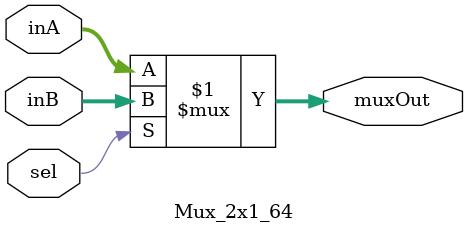
<source format=v>
`timescale 1ns / 1ps


module Mux_2x1_64(
    input [31:0] inA,
    input [31:0] inB,
    input sel,
    output [31:0] muxOut
    );
    
    assign muxOut = (sel) ? inB : inA;
    
endmodule

</source>
